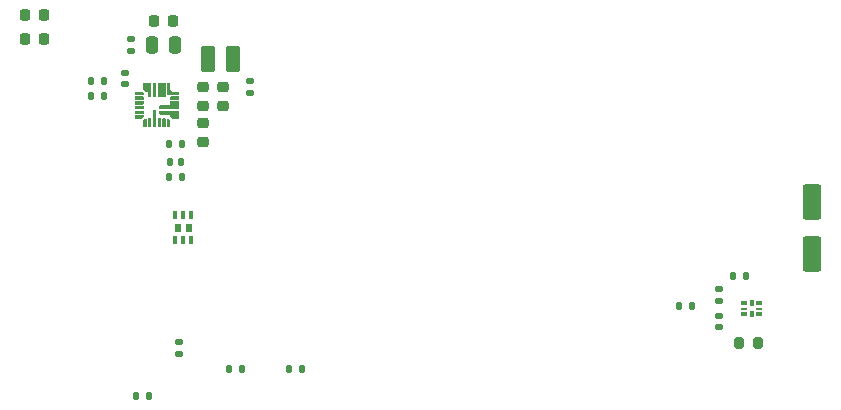
<source format=gtp>
%TF.GenerationSoftware,KiCad,Pcbnew,(6.0.7-1)-1*%
%TF.CreationDate,2023-01-10T14:36:04-05:00*%
%TF.ProjectId,LiIonUtilityBoard,4c69496f-6e55-4746-996c-697479426f61,rev?*%
%TF.SameCoordinates,Original*%
%TF.FileFunction,Paste,Top*%
%TF.FilePolarity,Positive*%
%FSLAX46Y46*%
G04 Gerber Fmt 4.6, Leading zero omitted, Abs format (unit mm)*
G04 Created by KiCad (PCBNEW (6.0.7-1)-1) date 2023-01-10 14:36:04*
%MOMM*%
%LPD*%
G01*
G04 APERTURE LIST*
G04 Aperture macros list*
%AMRoundRect*
0 Rectangle with rounded corners*
0 $1 Rounding radius*
0 $2 $3 $4 $5 $6 $7 $8 $9 X,Y pos of 4 corners*
0 Add a 4 corners polygon primitive as box body*
4,1,4,$2,$3,$4,$5,$6,$7,$8,$9,$2,$3,0*
0 Add four circle primitives for the rounded corners*
1,1,$1+$1,$2,$3*
1,1,$1+$1,$4,$5*
1,1,$1+$1,$6,$7*
1,1,$1+$1,$8,$9*
0 Add four rect primitives between the rounded corners*
20,1,$1+$1,$2,$3,$4,$5,0*
20,1,$1+$1,$4,$5,$6,$7,0*
20,1,$1+$1,$6,$7,$8,$9,0*
20,1,$1+$1,$8,$9,$2,$3,0*%
G04 Aperture macros list end*
%ADD10C,0.010000*%
%ADD11RoundRect,0.250000X-0.550000X1.250000X-0.550000X-1.250000X0.550000X-1.250000X0.550000X1.250000X0*%
%ADD12RoundRect,0.218750X-0.218750X-0.256250X0.218750X-0.256250X0.218750X0.256250X-0.218750X0.256250X0*%
%ADD13R,0.580000X0.300000*%
%ADD14R,0.580000X0.250000*%
%ADD15R,0.350000X0.630000*%
%ADD16RoundRect,0.140000X0.140000X0.170000X-0.140000X0.170000X-0.140000X-0.170000X0.140000X-0.170000X0*%
%ADD17RoundRect,0.135000X-0.135000X-0.185000X0.135000X-0.185000X0.135000X0.185000X-0.135000X0.185000X0*%
%ADD18RoundRect,0.225000X0.250000X-0.225000X0.250000X0.225000X-0.250000X0.225000X-0.250000X-0.225000X0*%
%ADD19RoundRect,0.225000X-0.225000X-0.250000X0.225000X-0.250000X0.225000X0.250000X-0.225000X0.250000X0*%
%ADD20RoundRect,0.225000X-0.250000X0.225000X-0.250000X-0.225000X0.250000X-0.225000X0.250000X0.225000X0*%
%ADD21RoundRect,0.250000X0.375000X0.850000X-0.375000X0.850000X-0.375000X-0.850000X0.375000X-0.850000X0*%
%ADD22RoundRect,0.135000X0.135000X0.185000X-0.135000X0.185000X-0.135000X-0.185000X0.135000X-0.185000X0*%
%ADD23RoundRect,0.250000X-0.250000X-0.475000X0.250000X-0.475000X0.250000X0.475000X-0.250000X0.475000X0*%
%ADD24RoundRect,0.140000X-0.170000X0.140000X-0.170000X-0.140000X0.170000X-0.140000X0.170000X0.140000X0*%
%ADD25RoundRect,0.135000X0.185000X-0.135000X0.185000X0.135000X-0.185000X0.135000X-0.185000X-0.135000X0*%
%ADD26RoundRect,0.200000X-0.200000X-0.275000X0.200000X-0.275000X0.200000X0.275000X-0.200000X0.275000X0*%
%ADD27RoundRect,0.012800X-0.147200X0.332200X-0.147200X-0.332200X0.147200X-0.332200X0.147200X0.332200X0*%
%ADD28RoundRect,0.012800X0.147200X-0.332200X0.147200X0.332200X-0.147200X0.332200X-0.147200X-0.332200X0*%
G04 APERTURE END LIST*
G36*
X113782000Y-56849000D02*
G01*
X113782000Y-57362000D01*
X113582000Y-57362000D01*
X113582000Y-56737000D01*
X113670000Y-56737000D01*
X113782000Y-56849000D01*
G37*
D10*
X113782000Y-56849000D02*
X113782000Y-57362000D01*
X113582000Y-57362000D01*
X113582000Y-56737000D01*
X113670000Y-56737000D01*
X113782000Y-56849000D01*
G36*
X112892000Y-56688000D02*
G01*
X112898000Y-56688000D01*
X112908000Y-56690000D01*
X112923000Y-56696000D01*
X112927000Y-56698000D01*
X112932000Y-56700000D01*
X112936000Y-56703000D01*
X112941000Y-56706000D01*
X112945000Y-56709000D01*
X112949000Y-56713000D01*
X112953000Y-56716000D01*
X112956000Y-56720000D01*
X112960000Y-56724000D01*
X112963000Y-56728000D01*
X112966000Y-56733000D01*
X112969000Y-56737000D01*
X112971000Y-56742000D01*
X112973000Y-56746000D01*
X112979000Y-56761000D01*
X112981000Y-56771000D01*
X112981000Y-56777000D01*
X112982000Y-56782000D01*
X112982000Y-57362000D01*
X112782000Y-57362000D01*
X112782000Y-56782000D01*
X112783000Y-56777000D01*
X112783000Y-56771000D01*
X112785000Y-56761000D01*
X112791000Y-56746000D01*
X112793000Y-56742000D01*
X112795000Y-56737000D01*
X112798000Y-56733000D01*
X112801000Y-56728000D01*
X112804000Y-56724000D01*
X112808000Y-56720000D01*
X112811000Y-56716000D01*
X112815000Y-56713000D01*
X112819000Y-56709000D01*
X112823000Y-56706000D01*
X112828000Y-56703000D01*
X112832000Y-56700000D01*
X112837000Y-56698000D01*
X112841000Y-56696000D01*
X112856000Y-56690000D01*
X112866000Y-56688000D01*
X112872000Y-56688000D01*
X112877000Y-56687000D01*
X112887000Y-56687000D01*
X112892000Y-56688000D01*
G37*
X112892000Y-56688000D02*
X112898000Y-56688000D01*
X112908000Y-56690000D01*
X112923000Y-56696000D01*
X112927000Y-56698000D01*
X112932000Y-56700000D01*
X112936000Y-56703000D01*
X112941000Y-56706000D01*
X112945000Y-56709000D01*
X112949000Y-56713000D01*
X112953000Y-56716000D01*
X112956000Y-56720000D01*
X112960000Y-56724000D01*
X112963000Y-56728000D01*
X112966000Y-56733000D01*
X112969000Y-56737000D01*
X112971000Y-56742000D01*
X112973000Y-56746000D01*
X112979000Y-56761000D01*
X112981000Y-56771000D01*
X112981000Y-56777000D01*
X112982000Y-56782000D01*
X112982000Y-57362000D01*
X112782000Y-57362000D01*
X112782000Y-56782000D01*
X112783000Y-56777000D01*
X112783000Y-56771000D01*
X112785000Y-56761000D01*
X112791000Y-56746000D01*
X112793000Y-56742000D01*
X112795000Y-56737000D01*
X112798000Y-56733000D01*
X112801000Y-56728000D01*
X112804000Y-56724000D01*
X112808000Y-56720000D01*
X112811000Y-56716000D01*
X112815000Y-56713000D01*
X112819000Y-56709000D01*
X112823000Y-56706000D01*
X112828000Y-56703000D01*
X112832000Y-56700000D01*
X112837000Y-56698000D01*
X112841000Y-56696000D01*
X112856000Y-56690000D01*
X112866000Y-56688000D01*
X112872000Y-56688000D01*
X112877000Y-56687000D01*
X112887000Y-56687000D01*
X112892000Y-56688000D01*
G36*
X112492000Y-56038000D02*
G01*
X112498000Y-56038000D01*
X112508000Y-56040000D01*
X112523000Y-56046000D01*
X112527000Y-56048000D01*
X112532000Y-56050000D01*
X112536000Y-56053000D01*
X112541000Y-56056000D01*
X112545000Y-56059000D01*
X112549000Y-56063000D01*
X112553000Y-56066000D01*
X112556000Y-56070000D01*
X112560000Y-56074000D01*
X112563000Y-56078000D01*
X112566000Y-56083000D01*
X112569000Y-56087000D01*
X112571000Y-56092000D01*
X112573000Y-56096000D01*
X112579000Y-56111000D01*
X112581000Y-56121000D01*
X112581000Y-56127000D01*
X112582000Y-56132000D01*
X112582000Y-57362000D01*
X112382000Y-57362000D01*
X112382000Y-56132000D01*
X112383000Y-56127000D01*
X112383000Y-56121000D01*
X112385000Y-56111000D01*
X112391000Y-56096000D01*
X112393000Y-56092000D01*
X112395000Y-56087000D01*
X112398000Y-56083000D01*
X112401000Y-56078000D01*
X112404000Y-56074000D01*
X112408000Y-56070000D01*
X112411000Y-56066000D01*
X112415000Y-56063000D01*
X112419000Y-56059000D01*
X112423000Y-56056000D01*
X112428000Y-56053000D01*
X112432000Y-56050000D01*
X112437000Y-56048000D01*
X112441000Y-56046000D01*
X112456000Y-56040000D01*
X112466000Y-56038000D01*
X112472000Y-56038000D01*
X112477000Y-56037000D01*
X112487000Y-56037000D01*
X112492000Y-56038000D01*
G37*
X112492000Y-56038000D02*
X112498000Y-56038000D01*
X112508000Y-56040000D01*
X112523000Y-56046000D01*
X112527000Y-56048000D01*
X112532000Y-56050000D01*
X112536000Y-56053000D01*
X112541000Y-56056000D01*
X112545000Y-56059000D01*
X112549000Y-56063000D01*
X112553000Y-56066000D01*
X112556000Y-56070000D01*
X112560000Y-56074000D01*
X112563000Y-56078000D01*
X112566000Y-56083000D01*
X112569000Y-56087000D01*
X112571000Y-56092000D01*
X112573000Y-56096000D01*
X112579000Y-56111000D01*
X112581000Y-56121000D01*
X112581000Y-56127000D01*
X112582000Y-56132000D01*
X112582000Y-57362000D01*
X112382000Y-57362000D01*
X112382000Y-56132000D01*
X112383000Y-56127000D01*
X112383000Y-56121000D01*
X112385000Y-56111000D01*
X112391000Y-56096000D01*
X112393000Y-56092000D01*
X112395000Y-56087000D01*
X112398000Y-56083000D01*
X112401000Y-56078000D01*
X112404000Y-56074000D01*
X112408000Y-56070000D01*
X112411000Y-56066000D01*
X112415000Y-56063000D01*
X112419000Y-56059000D01*
X112423000Y-56056000D01*
X112428000Y-56053000D01*
X112432000Y-56050000D01*
X112437000Y-56048000D01*
X112441000Y-56046000D01*
X112456000Y-56040000D01*
X112466000Y-56038000D01*
X112472000Y-56038000D01*
X112477000Y-56037000D01*
X112487000Y-56037000D01*
X112492000Y-56038000D01*
G36*
X114482000Y-55862000D02*
G01*
X113002000Y-55862000D01*
X112997000Y-55861000D01*
X112991000Y-55861000D01*
X112981000Y-55859000D01*
X112966000Y-55853000D01*
X112962000Y-55851000D01*
X112957000Y-55849000D01*
X112953000Y-55846000D01*
X112948000Y-55843000D01*
X112944000Y-55840000D01*
X112940000Y-55836000D01*
X112936000Y-55833000D01*
X112933000Y-55829000D01*
X112929000Y-55825000D01*
X112926000Y-55821000D01*
X112923000Y-55816000D01*
X112920000Y-55812000D01*
X112918000Y-55807000D01*
X112916000Y-55803000D01*
X112910000Y-55788000D01*
X112908000Y-55778000D01*
X112908000Y-55772000D01*
X112907000Y-55767000D01*
X112907000Y-55707000D01*
X112908000Y-55702000D01*
X112908000Y-55696000D01*
X112910000Y-55686000D01*
X112916000Y-55671000D01*
X112918000Y-55667000D01*
X112920000Y-55662000D01*
X112923000Y-55658000D01*
X112926000Y-55653000D01*
X112929000Y-55649000D01*
X112933000Y-55645000D01*
X112936000Y-55641000D01*
X112940000Y-55638000D01*
X112944000Y-55634000D01*
X112948000Y-55631000D01*
X112953000Y-55628000D01*
X112957000Y-55625000D01*
X112962000Y-55623000D01*
X112966000Y-55621000D01*
X112981000Y-55615000D01*
X112991000Y-55613000D01*
X112997000Y-55613000D01*
X113002000Y-55612000D01*
X113832000Y-55612000D01*
X113832000Y-55357000D01*
X113833000Y-55352000D01*
X113833000Y-55346000D01*
X113835000Y-55336000D01*
X113841000Y-55321000D01*
X113843000Y-55317000D01*
X113845000Y-55312000D01*
X113848000Y-55308000D01*
X113851000Y-55303000D01*
X113854000Y-55299000D01*
X113858000Y-55295000D01*
X113861000Y-55291000D01*
X113865000Y-55288000D01*
X113869000Y-55284000D01*
X113873000Y-55281000D01*
X113878000Y-55278000D01*
X113882000Y-55275000D01*
X113887000Y-55273000D01*
X113891000Y-55271000D01*
X113906000Y-55265000D01*
X113916000Y-55263000D01*
X113922000Y-55263000D01*
X113927000Y-55262000D01*
X114482000Y-55262000D01*
X114482000Y-55862000D01*
G37*
X114482000Y-55862000D02*
X113002000Y-55862000D01*
X112997000Y-55861000D01*
X112991000Y-55861000D01*
X112981000Y-55859000D01*
X112966000Y-55853000D01*
X112962000Y-55851000D01*
X112957000Y-55849000D01*
X112953000Y-55846000D01*
X112948000Y-55843000D01*
X112944000Y-55840000D01*
X112940000Y-55836000D01*
X112936000Y-55833000D01*
X112933000Y-55829000D01*
X112929000Y-55825000D01*
X112926000Y-55821000D01*
X112923000Y-55816000D01*
X112920000Y-55812000D01*
X112918000Y-55807000D01*
X112916000Y-55803000D01*
X112910000Y-55788000D01*
X112908000Y-55778000D01*
X112908000Y-55772000D01*
X112907000Y-55767000D01*
X112907000Y-55707000D01*
X112908000Y-55702000D01*
X112908000Y-55696000D01*
X112910000Y-55686000D01*
X112916000Y-55671000D01*
X112918000Y-55667000D01*
X112920000Y-55662000D01*
X112923000Y-55658000D01*
X112926000Y-55653000D01*
X112929000Y-55649000D01*
X112933000Y-55645000D01*
X112936000Y-55641000D01*
X112940000Y-55638000D01*
X112944000Y-55634000D01*
X112948000Y-55631000D01*
X112953000Y-55628000D01*
X112957000Y-55625000D01*
X112962000Y-55623000D01*
X112966000Y-55621000D01*
X112981000Y-55615000D01*
X112991000Y-55613000D01*
X112997000Y-55613000D01*
X113002000Y-55612000D01*
X113832000Y-55612000D01*
X113832000Y-55357000D01*
X113833000Y-55352000D01*
X113833000Y-55346000D01*
X113835000Y-55336000D01*
X113841000Y-55321000D01*
X113843000Y-55317000D01*
X113845000Y-55312000D01*
X113848000Y-55308000D01*
X113851000Y-55303000D01*
X113854000Y-55299000D01*
X113858000Y-55295000D01*
X113861000Y-55291000D01*
X113865000Y-55288000D01*
X113869000Y-55284000D01*
X113873000Y-55281000D01*
X113878000Y-55278000D01*
X113882000Y-55275000D01*
X113887000Y-55273000D01*
X113891000Y-55271000D01*
X113906000Y-55265000D01*
X113916000Y-55263000D01*
X113922000Y-55263000D01*
X113927000Y-55262000D01*
X114482000Y-55262000D01*
X114482000Y-55862000D01*
G36*
X113382000Y-54742000D02*
G01*
X113381000Y-54747000D01*
X113381000Y-54753000D01*
X113379000Y-54763000D01*
X113373000Y-54778000D01*
X113371000Y-54782000D01*
X113369000Y-54787000D01*
X113366000Y-54791000D01*
X113363000Y-54796000D01*
X113360000Y-54800000D01*
X113356000Y-54804000D01*
X113353000Y-54808000D01*
X113349000Y-54811000D01*
X113345000Y-54815000D01*
X113341000Y-54818000D01*
X113336000Y-54821000D01*
X113332000Y-54824000D01*
X113327000Y-54826000D01*
X113323000Y-54828000D01*
X113308000Y-54834000D01*
X113298000Y-54836000D01*
X113292000Y-54836000D01*
X113287000Y-54837000D01*
X112877000Y-54837000D01*
X112872000Y-54836000D01*
X112866000Y-54836000D01*
X112856000Y-54834000D01*
X112841000Y-54828000D01*
X112837000Y-54826000D01*
X112832000Y-54824000D01*
X112828000Y-54821000D01*
X112823000Y-54818000D01*
X112819000Y-54815000D01*
X112815000Y-54811000D01*
X112811000Y-54808000D01*
X112808000Y-54804000D01*
X112804000Y-54800000D01*
X112801000Y-54796000D01*
X112798000Y-54791000D01*
X112795000Y-54787000D01*
X112793000Y-54782000D01*
X112791000Y-54778000D01*
X112785000Y-54763000D01*
X112783000Y-54753000D01*
X112783000Y-54747000D01*
X112782000Y-54742000D01*
X112782000Y-53762000D01*
X113382000Y-53762000D01*
X113382000Y-54742000D01*
G37*
X113382000Y-54742000D02*
X113381000Y-54747000D01*
X113381000Y-54753000D01*
X113379000Y-54763000D01*
X113373000Y-54778000D01*
X113371000Y-54782000D01*
X113369000Y-54787000D01*
X113366000Y-54791000D01*
X113363000Y-54796000D01*
X113360000Y-54800000D01*
X113356000Y-54804000D01*
X113353000Y-54808000D01*
X113349000Y-54811000D01*
X113345000Y-54815000D01*
X113341000Y-54818000D01*
X113336000Y-54821000D01*
X113332000Y-54824000D01*
X113327000Y-54826000D01*
X113323000Y-54828000D01*
X113308000Y-54834000D01*
X113298000Y-54836000D01*
X113292000Y-54836000D01*
X113287000Y-54837000D01*
X112877000Y-54837000D01*
X112872000Y-54836000D01*
X112866000Y-54836000D01*
X112856000Y-54834000D01*
X112841000Y-54828000D01*
X112837000Y-54826000D01*
X112832000Y-54824000D01*
X112828000Y-54821000D01*
X112823000Y-54818000D01*
X112819000Y-54815000D01*
X112815000Y-54811000D01*
X112811000Y-54808000D01*
X112808000Y-54804000D01*
X112804000Y-54800000D01*
X112801000Y-54796000D01*
X112798000Y-54791000D01*
X112795000Y-54787000D01*
X112793000Y-54782000D01*
X112791000Y-54778000D01*
X112785000Y-54763000D01*
X112783000Y-54753000D01*
X112783000Y-54747000D01*
X112782000Y-54742000D01*
X112782000Y-53762000D01*
X113382000Y-53762000D01*
X113382000Y-54742000D01*
G36*
X111507000Y-56550000D02*
G01*
X111395000Y-56662000D01*
X110882000Y-56662000D01*
X110882000Y-56462000D01*
X111507000Y-56462000D01*
X111507000Y-56550000D01*
G37*
X111507000Y-56550000D02*
X111395000Y-56662000D01*
X110882000Y-56662000D01*
X110882000Y-56462000D01*
X111507000Y-56462000D01*
X111507000Y-56550000D01*
G36*
X111507000Y-54574000D02*
G01*
X111507000Y-54662000D01*
X110882000Y-54662000D01*
X110882000Y-54462000D01*
X111395000Y-54462000D01*
X111507000Y-54574000D01*
G37*
X111507000Y-54574000D02*
X111507000Y-54662000D01*
X110882000Y-54662000D01*
X110882000Y-54462000D01*
X111395000Y-54462000D01*
X111507000Y-54574000D01*
G36*
X111467000Y-55263000D02*
G01*
X111473000Y-55263000D01*
X111483000Y-55265000D01*
X111498000Y-55271000D01*
X111502000Y-55273000D01*
X111507000Y-55275000D01*
X111511000Y-55278000D01*
X111516000Y-55281000D01*
X111520000Y-55284000D01*
X111524000Y-55288000D01*
X111528000Y-55291000D01*
X111531000Y-55295000D01*
X111535000Y-55299000D01*
X111538000Y-55303000D01*
X111541000Y-55308000D01*
X111544000Y-55312000D01*
X111546000Y-55317000D01*
X111548000Y-55321000D01*
X111554000Y-55336000D01*
X111556000Y-55346000D01*
X111556000Y-55352000D01*
X111557000Y-55357000D01*
X111557000Y-55367000D01*
X111556000Y-55372000D01*
X111556000Y-55378000D01*
X111554000Y-55388000D01*
X111548000Y-55403000D01*
X111546000Y-55407000D01*
X111544000Y-55412000D01*
X111541000Y-55416000D01*
X111538000Y-55421000D01*
X111535000Y-55425000D01*
X111531000Y-55429000D01*
X111528000Y-55433000D01*
X111524000Y-55436000D01*
X111520000Y-55440000D01*
X111516000Y-55443000D01*
X111511000Y-55446000D01*
X111507000Y-55449000D01*
X111502000Y-55451000D01*
X111498000Y-55453000D01*
X111483000Y-55459000D01*
X111473000Y-55461000D01*
X111467000Y-55461000D01*
X111462000Y-55462000D01*
X110882000Y-55462000D01*
X110882000Y-55262000D01*
X111462000Y-55262000D01*
X111467000Y-55263000D01*
G37*
X111467000Y-55263000D02*
X111473000Y-55263000D01*
X111483000Y-55265000D01*
X111498000Y-55271000D01*
X111502000Y-55273000D01*
X111507000Y-55275000D01*
X111511000Y-55278000D01*
X111516000Y-55281000D01*
X111520000Y-55284000D01*
X111524000Y-55288000D01*
X111528000Y-55291000D01*
X111531000Y-55295000D01*
X111535000Y-55299000D01*
X111538000Y-55303000D01*
X111541000Y-55308000D01*
X111544000Y-55312000D01*
X111546000Y-55317000D01*
X111548000Y-55321000D01*
X111554000Y-55336000D01*
X111556000Y-55346000D01*
X111556000Y-55352000D01*
X111557000Y-55357000D01*
X111557000Y-55367000D01*
X111556000Y-55372000D01*
X111556000Y-55378000D01*
X111554000Y-55388000D01*
X111548000Y-55403000D01*
X111546000Y-55407000D01*
X111544000Y-55412000D01*
X111541000Y-55416000D01*
X111538000Y-55421000D01*
X111535000Y-55425000D01*
X111531000Y-55429000D01*
X111528000Y-55433000D01*
X111524000Y-55436000D01*
X111520000Y-55440000D01*
X111516000Y-55443000D01*
X111511000Y-55446000D01*
X111507000Y-55449000D01*
X111502000Y-55451000D01*
X111498000Y-55453000D01*
X111483000Y-55459000D01*
X111473000Y-55461000D01*
X111467000Y-55461000D01*
X111462000Y-55462000D01*
X110882000Y-55462000D01*
X110882000Y-55262000D01*
X111462000Y-55262000D01*
X111467000Y-55263000D01*
G36*
X111467000Y-56063000D02*
G01*
X111473000Y-56063000D01*
X111483000Y-56065000D01*
X111498000Y-56071000D01*
X111502000Y-56073000D01*
X111507000Y-56075000D01*
X111511000Y-56078000D01*
X111516000Y-56081000D01*
X111520000Y-56084000D01*
X111524000Y-56088000D01*
X111528000Y-56091000D01*
X111531000Y-56095000D01*
X111535000Y-56099000D01*
X111538000Y-56103000D01*
X111541000Y-56108000D01*
X111544000Y-56112000D01*
X111546000Y-56117000D01*
X111548000Y-56121000D01*
X111554000Y-56136000D01*
X111556000Y-56146000D01*
X111556000Y-56152000D01*
X111557000Y-56157000D01*
X111557000Y-56167000D01*
X111556000Y-56172000D01*
X111556000Y-56178000D01*
X111554000Y-56188000D01*
X111548000Y-56203000D01*
X111546000Y-56207000D01*
X111544000Y-56212000D01*
X111541000Y-56216000D01*
X111538000Y-56221000D01*
X111535000Y-56225000D01*
X111531000Y-56229000D01*
X111528000Y-56233000D01*
X111524000Y-56236000D01*
X111520000Y-56240000D01*
X111516000Y-56243000D01*
X111511000Y-56246000D01*
X111507000Y-56249000D01*
X111502000Y-56251000D01*
X111498000Y-56253000D01*
X111483000Y-56259000D01*
X111473000Y-56261000D01*
X111467000Y-56261000D01*
X111462000Y-56262000D01*
X110882000Y-56262000D01*
X110882000Y-56062000D01*
X111462000Y-56062000D01*
X111467000Y-56063000D01*
G37*
X111467000Y-56063000D02*
X111473000Y-56063000D01*
X111483000Y-56065000D01*
X111498000Y-56071000D01*
X111502000Y-56073000D01*
X111507000Y-56075000D01*
X111511000Y-56078000D01*
X111516000Y-56081000D01*
X111520000Y-56084000D01*
X111524000Y-56088000D01*
X111528000Y-56091000D01*
X111531000Y-56095000D01*
X111535000Y-56099000D01*
X111538000Y-56103000D01*
X111541000Y-56108000D01*
X111544000Y-56112000D01*
X111546000Y-56117000D01*
X111548000Y-56121000D01*
X111554000Y-56136000D01*
X111556000Y-56146000D01*
X111556000Y-56152000D01*
X111557000Y-56157000D01*
X111557000Y-56167000D01*
X111556000Y-56172000D01*
X111556000Y-56178000D01*
X111554000Y-56188000D01*
X111548000Y-56203000D01*
X111546000Y-56207000D01*
X111544000Y-56212000D01*
X111541000Y-56216000D01*
X111538000Y-56221000D01*
X111535000Y-56225000D01*
X111531000Y-56229000D01*
X111528000Y-56233000D01*
X111524000Y-56236000D01*
X111520000Y-56240000D01*
X111516000Y-56243000D01*
X111511000Y-56246000D01*
X111507000Y-56249000D01*
X111502000Y-56251000D01*
X111498000Y-56253000D01*
X111483000Y-56259000D01*
X111473000Y-56261000D01*
X111467000Y-56261000D01*
X111462000Y-56262000D01*
X110882000Y-56262000D01*
X110882000Y-56062000D01*
X111462000Y-56062000D01*
X111467000Y-56063000D01*
G36*
X114482000Y-56662000D02*
G01*
X113994000Y-56662000D01*
X113832000Y-56500000D01*
X113832000Y-56312000D01*
X113002000Y-56312000D01*
X112997000Y-56311000D01*
X112991000Y-56311000D01*
X112981000Y-56309000D01*
X112966000Y-56303000D01*
X112962000Y-56301000D01*
X112957000Y-56299000D01*
X112953000Y-56296000D01*
X112948000Y-56293000D01*
X112944000Y-56290000D01*
X112940000Y-56286000D01*
X112936000Y-56283000D01*
X112933000Y-56279000D01*
X112929000Y-56275000D01*
X112926000Y-56271000D01*
X112923000Y-56266000D01*
X112920000Y-56262000D01*
X112918000Y-56257000D01*
X112916000Y-56253000D01*
X112910000Y-56238000D01*
X112908000Y-56228000D01*
X112908000Y-56222000D01*
X112907000Y-56217000D01*
X112907000Y-56157000D01*
X112908000Y-56152000D01*
X112908000Y-56146000D01*
X112910000Y-56136000D01*
X112916000Y-56121000D01*
X112918000Y-56117000D01*
X112920000Y-56112000D01*
X112923000Y-56108000D01*
X112926000Y-56103000D01*
X112929000Y-56099000D01*
X112933000Y-56095000D01*
X112936000Y-56091000D01*
X112940000Y-56088000D01*
X112944000Y-56084000D01*
X112948000Y-56081000D01*
X112953000Y-56078000D01*
X112957000Y-56075000D01*
X112962000Y-56073000D01*
X112966000Y-56071000D01*
X112981000Y-56065000D01*
X112991000Y-56063000D01*
X112997000Y-56063000D01*
X113002000Y-56062000D01*
X114482000Y-56062000D01*
X114482000Y-56662000D01*
G37*
X114482000Y-56662000D02*
X113994000Y-56662000D01*
X113832000Y-56500000D01*
X113832000Y-56312000D01*
X113002000Y-56312000D01*
X112997000Y-56311000D01*
X112991000Y-56311000D01*
X112981000Y-56309000D01*
X112966000Y-56303000D01*
X112962000Y-56301000D01*
X112957000Y-56299000D01*
X112953000Y-56296000D01*
X112948000Y-56293000D01*
X112944000Y-56290000D01*
X112940000Y-56286000D01*
X112936000Y-56283000D01*
X112933000Y-56279000D01*
X112929000Y-56275000D01*
X112926000Y-56271000D01*
X112923000Y-56266000D01*
X112920000Y-56262000D01*
X112918000Y-56257000D01*
X112916000Y-56253000D01*
X112910000Y-56238000D01*
X112908000Y-56228000D01*
X112908000Y-56222000D01*
X112907000Y-56217000D01*
X112907000Y-56157000D01*
X112908000Y-56152000D01*
X112908000Y-56146000D01*
X112910000Y-56136000D01*
X112916000Y-56121000D01*
X112918000Y-56117000D01*
X112920000Y-56112000D01*
X112923000Y-56108000D01*
X112926000Y-56103000D01*
X112929000Y-56099000D01*
X112933000Y-56095000D01*
X112936000Y-56091000D01*
X112940000Y-56088000D01*
X112944000Y-56084000D01*
X112948000Y-56081000D01*
X112953000Y-56078000D01*
X112957000Y-56075000D01*
X112962000Y-56073000D01*
X112966000Y-56071000D01*
X112981000Y-56065000D01*
X112991000Y-56063000D01*
X112997000Y-56063000D01*
X113002000Y-56062000D01*
X114482000Y-56062000D01*
X114482000Y-56662000D01*
G36*
X111467000Y-55663000D02*
G01*
X111473000Y-55663000D01*
X111483000Y-55665000D01*
X111498000Y-55671000D01*
X111502000Y-55673000D01*
X111507000Y-55675000D01*
X111511000Y-55678000D01*
X111516000Y-55681000D01*
X111520000Y-55684000D01*
X111524000Y-55688000D01*
X111528000Y-55691000D01*
X111531000Y-55695000D01*
X111535000Y-55699000D01*
X111538000Y-55703000D01*
X111541000Y-55708000D01*
X111544000Y-55712000D01*
X111546000Y-55717000D01*
X111548000Y-55721000D01*
X111554000Y-55736000D01*
X111556000Y-55746000D01*
X111556000Y-55752000D01*
X111557000Y-55757000D01*
X111557000Y-55767000D01*
X111556000Y-55772000D01*
X111556000Y-55778000D01*
X111554000Y-55788000D01*
X111548000Y-55803000D01*
X111546000Y-55807000D01*
X111544000Y-55812000D01*
X111541000Y-55816000D01*
X111538000Y-55821000D01*
X111535000Y-55825000D01*
X111531000Y-55829000D01*
X111528000Y-55833000D01*
X111524000Y-55836000D01*
X111520000Y-55840000D01*
X111516000Y-55843000D01*
X111511000Y-55846000D01*
X111507000Y-55849000D01*
X111502000Y-55851000D01*
X111498000Y-55853000D01*
X111483000Y-55859000D01*
X111473000Y-55861000D01*
X111467000Y-55861000D01*
X111462000Y-55862000D01*
X110882000Y-55862000D01*
X110882000Y-55662000D01*
X111462000Y-55662000D01*
X111467000Y-55663000D01*
G37*
X111467000Y-55663000D02*
X111473000Y-55663000D01*
X111483000Y-55665000D01*
X111498000Y-55671000D01*
X111502000Y-55673000D01*
X111507000Y-55675000D01*
X111511000Y-55678000D01*
X111516000Y-55681000D01*
X111520000Y-55684000D01*
X111524000Y-55688000D01*
X111528000Y-55691000D01*
X111531000Y-55695000D01*
X111535000Y-55699000D01*
X111538000Y-55703000D01*
X111541000Y-55708000D01*
X111544000Y-55712000D01*
X111546000Y-55717000D01*
X111548000Y-55721000D01*
X111554000Y-55736000D01*
X111556000Y-55746000D01*
X111556000Y-55752000D01*
X111557000Y-55757000D01*
X111557000Y-55767000D01*
X111556000Y-55772000D01*
X111556000Y-55778000D01*
X111554000Y-55788000D01*
X111548000Y-55803000D01*
X111546000Y-55807000D01*
X111544000Y-55812000D01*
X111541000Y-55816000D01*
X111538000Y-55821000D01*
X111535000Y-55825000D01*
X111531000Y-55829000D01*
X111528000Y-55833000D01*
X111524000Y-55836000D01*
X111520000Y-55840000D01*
X111516000Y-55843000D01*
X111511000Y-55846000D01*
X111507000Y-55849000D01*
X111502000Y-55851000D01*
X111498000Y-55853000D01*
X111483000Y-55859000D01*
X111473000Y-55861000D01*
X111467000Y-55861000D01*
X111462000Y-55862000D01*
X110882000Y-55862000D01*
X110882000Y-55662000D01*
X111462000Y-55662000D01*
X111467000Y-55663000D01*
G36*
X112182000Y-54742000D02*
G01*
X112181000Y-54747000D01*
X112181000Y-54753000D01*
X112179000Y-54763000D01*
X112173000Y-54778000D01*
X112171000Y-54782000D01*
X112169000Y-54787000D01*
X112166000Y-54791000D01*
X112163000Y-54796000D01*
X112160000Y-54800000D01*
X112156000Y-54804000D01*
X112153000Y-54808000D01*
X112149000Y-54811000D01*
X112145000Y-54815000D01*
X112141000Y-54818000D01*
X112136000Y-54821000D01*
X112132000Y-54824000D01*
X112127000Y-54826000D01*
X112123000Y-54828000D01*
X112108000Y-54834000D01*
X112098000Y-54836000D01*
X112092000Y-54836000D01*
X112087000Y-54837000D01*
X112027000Y-54837000D01*
X112022000Y-54836000D01*
X112016000Y-54836000D01*
X112006000Y-54834000D01*
X111991000Y-54828000D01*
X111987000Y-54826000D01*
X111982000Y-54824000D01*
X111978000Y-54821000D01*
X111973000Y-54818000D01*
X111969000Y-54815000D01*
X111965000Y-54811000D01*
X111961000Y-54808000D01*
X111958000Y-54804000D01*
X111954000Y-54800000D01*
X111951000Y-54796000D01*
X111948000Y-54791000D01*
X111945000Y-54787000D01*
X111943000Y-54782000D01*
X111941000Y-54778000D01*
X111935000Y-54763000D01*
X111933000Y-54753000D01*
X111933000Y-54747000D01*
X111932000Y-54742000D01*
X111932000Y-54362000D01*
X111694000Y-54362000D01*
X111582000Y-54250000D01*
X111582000Y-53762000D01*
X112182000Y-53762000D01*
X112182000Y-54742000D01*
G37*
X112182000Y-54742000D02*
X112181000Y-54747000D01*
X112181000Y-54753000D01*
X112179000Y-54763000D01*
X112173000Y-54778000D01*
X112171000Y-54782000D01*
X112169000Y-54787000D01*
X112166000Y-54791000D01*
X112163000Y-54796000D01*
X112160000Y-54800000D01*
X112156000Y-54804000D01*
X112153000Y-54808000D01*
X112149000Y-54811000D01*
X112145000Y-54815000D01*
X112141000Y-54818000D01*
X112136000Y-54821000D01*
X112132000Y-54824000D01*
X112127000Y-54826000D01*
X112123000Y-54828000D01*
X112108000Y-54834000D01*
X112098000Y-54836000D01*
X112092000Y-54836000D01*
X112087000Y-54837000D01*
X112027000Y-54837000D01*
X112022000Y-54836000D01*
X112016000Y-54836000D01*
X112006000Y-54834000D01*
X111991000Y-54828000D01*
X111987000Y-54826000D01*
X111982000Y-54824000D01*
X111978000Y-54821000D01*
X111973000Y-54818000D01*
X111969000Y-54815000D01*
X111965000Y-54811000D01*
X111961000Y-54808000D01*
X111958000Y-54804000D01*
X111954000Y-54800000D01*
X111951000Y-54796000D01*
X111948000Y-54791000D01*
X111945000Y-54787000D01*
X111943000Y-54782000D01*
X111941000Y-54778000D01*
X111935000Y-54763000D01*
X111933000Y-54753000D01*
X111933000Y-54747000D01*
X111932000Y-54742000D01*
X111932000Y-54362000D01*
X111694000Y-54362000D01*
X111582000Y-54250000D01*
X111582000Y-53762000D01*
X112182000Y-53762000D01*
X112182000Y-54742000D01*
G36*
X111467000Y-54863000D02*
G01*
X111473000Y-54863000D01*
X111483000Y-54865000D01*
X111498000Y-54871000D01*
X111502000Y-54873000D01*
X111507000Y-54875000D01*
X111511000Y-54878000D01*
X111516000Y-54881000D01*
X111520000Y-54884000D01*
X111524000Y-54888000D01*
X111528000Y-54891000D01*
X111531000Y-54895000D01*
X111535000Y-54899000D01*
X111538000Y-54903000D01*
X111541000Y-54908000D01*
X111544000Y-54912000D01*
X111546000Y-54917000D01*
X111548000Y-54921000D01*
X111554000Y-54936000D01*
X111556000Y-54946000D01*
X111556000Y-54952000D01*
X111557000Y-54957000D01*
X111557000Y-54967000D01*
X111556000Y-54972000D01*
X111556000Y-54978000D01*
X111554000Y-54988000D01*
X111548000Y-55003000D01*
X111546000Y-55007000D01*
X111544000Y-55012000D01*
X111541000Y-55016000D01*
X111538000Y-55021000D01*
X111535000Y-55025000D01*
X111531000Y-55029000D01*
X111528000Y-55033000D01*
X111524000Y-55036000D01*
X111520000Y-55040000D01*
X111516000Y-55043000D01*
X111511000Y-55046000D01*
X111507000Y-55049000D01*
X111502000Y-55051000D01*
X111498000Y-55053000D01*
X111483000Y-55059000D01*
X111473000Y-55061000D01*
X111467000Y-55061000D01*
X111462000Y-55062000D01*
X110882000Y-55062000D01*
X110882000Y-54862000D01*
X111462000Y-54862000D01*
X111467000Y-54863000D01*
G37*
X111467000Y-54863000D02*
X111473000Y-54863000D01*
X111483000Y-54865000D01*
X111498000Y-54871000D01*
X111502000Y-54873000D01*
X111507000Y-54875000D01*
X111511000Y-54878000D01*
X111516000Y-54881000D01*
X111520000Y-54884000D01*
X111524000Y-54888000D01*
X111528000Y-54891000D01*
X111531000Y-54895000D01*
X111535000Y-54899000D01*
X111538000Y-54903000D01*
X111541000Y-54908000D01*
X111544000Y-54912000D01*
X111546000Y-54917000D01*
X111548000Y-54921000D01*
X111554000Y-54936000D01*
X111556000Y-54946000D01*
X111556000Y-54952000D01*
X111557000Y-54957000D01*
X111557000Y-54967000D01*
X111556000Y-54972000D01*
X111556000Y-54978000D01*
X111554000Y-54988000D01*
X111548000Y-55003000D01*
X111546000Y-55007000D01*
X111544000Y-55012000D01*
X111541000Y-55016000D01*
X111538000Y-55021000D01*
X111535000Y-55025000D01*
X111531000Y-55029000D01*
X111528000Y-55033000D01*
X111524000Y-55036000D01*
X111520000Y-55040000D01*
X111516000Y-55043000D01*
X111511000Y-55046000D01*
X111507000Y-55049000D01*
X111502000Y-55051000D01*
X111498000Y-55053000D01*
X111483000Y-55059000D01*
X111473000Y-55061000D01*
X111467000Y-55061000D01*
X111462000Y-55062000D01*
X110882000Y-55062000D01*
X110882000Y-54862000D01*
X111462000Y-54862000D01*
X111467000Y-54863000D01*
G36*
X112092000Y-56688000D02*
G01*
X112098000Y-56688000D01*
X112108000Y-56690000D01*
X112123000Y-56696000D01*
X112127000Y-56698000D01*
X112132000Y-56700000D01*
X112136000Y-56703000D01*
X112141000Y-56706000D01*
X112145000Y-56709000D01*
X112149000Y-56713000D01*
X112153000Y-56716000D01*
X112156000Y-56720000D01*
X112160000Y-56724000D01*
X112163000Y-56728000D01*
X112166000Y-56733000D01*
X112169000Y-56737000D01*
X112171000Y-56742000D01*
X112173000Y-56746000D01*
X112179000Y-56761000D01*
X112181000Y-56771000D01*
X112181000Y-56777000D01*
X112182000Y-56782000D01*
X112182000Y-57362000D01*
X111982000Y-57362000D01*
X111982000Y-56782000D01*
X111983000Y-56777000D01*
X111983000Y-56771000D01*
X111985000Y-56761000D01*
X111991000Y-56746000D01*
X111993000Y-56742000D01*
X111995000Y-56737000D01*
X111998000Y-56733000D01*
X112001000Y-56728000D01*
X112004000Y-56724000D01*
X112008000Y-56720000D01*
X112011000Y-56716000D01*
X112015000Y-56713000D01*
X112019000Y-56709000D01*
X112023000Y-56706000D01*
X112028000Y-56703000D01*
X112032000Y-56700000D01*
X112037000Y-56698000D01*
X112041000Y-56696000D01*
X112056000Y-56690000D01*
X112066000Y-56688000D01*
X112072000Y-56688000D01*
X112077000Y-56687000D01*
X112087000Y-56687000D01*
X112092000Y-56688000D01*
G37*
X112092000Y-56688000D02*
X112098000Y-56688000D01*
X112108000Y-56690000D01*
X112123000Y-56696000D01*
X112127000Y-56698000D01*
X112132000Y-56700000D01*
X112136000Y-56703000D01*
X112141000Y-56706000D01*
X112145000Y-56709000D01*
X112149000Y-56713000D01*
X112153000Y-56716000D01*
X112156000Y-56720000D01*
X112160000Y-56724000D01*
X112163000Y-56728000D01*
X112166000Y-56733000D01*
X112169000Y-56737000D01*
X112171000Y-56742000D01*
X112173000Y-56746000D01*
X112179000Y-56761000D01*
X112181000Y-56771000D01*
X112181000Y-56777000D01*
X112182000Y-56782000D01*
X112182000Y-57362000D01*
X111982000Y-57362000D01*
X111982000Y-56782000D01*
X111983000Y-56777000D01*
X111983000Y-56771000D01*
X111985000Y-56761000D01*
X111991000Y-56746000D01*
X111993000Y-56742000D01*
X111995000Y-56737000D01*
X111998000Y-56733000D01*
X112001000Y-56728000D01*
X112004000Y-56724000D01*
X112008000Y-56720000D01*
X112011000Y-56716000D01*
X112015000Y-56713000D01*
X112019000Y-56709000D01*
X112023000Y-56706000D01*
X112028000Y-56703000D01*
X112032000Y-56700000D01*
X112037000Y-56698000D01*
X112041000Y-56696000D01*
X112056000Y-56690000D01*
X112066000Y-56688000D01*
X112072000Y-56688000D01*
X112077000Y-56687000D01*
X112087000Y-56687000D01*
X112092000Y-56688000D01*
G36*
X111782000Y-57362000D02*
G01*
X111582000Y-57362000D01*
X111582000Y-56849000D01*
X111694000Y-56737000D01*
X111782000Y-56737000D01*
X111782000Y-57362000D01*
G37*
X111782000Y-57362000D02*
X111582000Y-57362000D01*
X111582000Y-56849000D01*
X111694000Y-56737000D01*
X111782000Y-56737000D01*
X111782000Y-57362000D01*
G36*
X113782000Y-54212000D02*
G01*
X114032000Y-54462000D01*
X114482000Y-54462000D01*
X114482000Y-54662000D01*
X113677000Y-54662000D01*
X113672000Y-54661000D01*
X113666000Y-54661000D01*
X113656000Y-54659000D01*
X113641000Y-54653000D01*
X113637000Y-54651000D01*
X113632000Y-54649000D01*
X113628000Y-54646000D01*
X113623000Y-54643000D01*
X113619000Y-54640000D01*
X113615000Y-54636000D01*
X113611000Y-54633000D01*
X113608000Y-54629000D01*
X113604000Y-54625000D01*
X113601000Y-54621000D01*
X113598000Y-54616000D01*
X113595000Y-54612000D01*
X113593000Y-54607000D01*
X113591000Y-54603000D01*
X113585000Y-54588000D01*
X113583000Y-54578000D01*
X113583000Y-54572000D01*
X113582000Y-54567000D01*
X113582000Y-53762000D01*
X113782000Y-53762000D01*
X113782000Y-54212000D01*
G37*
X113782000Y-54212000D02*
X114032000Y-54462000D01*
X114482000Y-54462000D01*
X114482000Y-54662000D01*
X113677000Y-54662000D01*
X113672000Y-54661000D01*
X113666000Y-54661000D01*
X113656000Y-54659000D01*
X113641000Y-54653000D01*
X113637000Y-54651000D01*
X113632000Y-54649000D01*
X113628000Y-54646000D01*
X113623000Y-54643000D01*
X113619000Y-54640000D01*
X113615000Y-54636000D01*
X113611000Y-54633000D01*
X113608000Y-54629000D01*
X113604000Y-54625000D01*
X113601000Y-54621000D01*
X113598000Y-54616000D01*
X113595000Y-54612000D01*
X113593000Y-54607000D01*
X113591000Y-54603000D01*
X113585000Y-54588000D01*
X113583000Y-54578000D01*
X113583000Y-54572000D01*
X113582000Y-54567000D01*
X113582000Y-53762000D01*
X113782000Y-53762000D01*
X113782000Y-54212000D01*
G36*
X113292000Y-56688000D02*
G01*
X113298000Y-56688000D01*
X113308000Y-56690000D01*
X113323000Y-56696000D01*
X113327000Y-56698000D01*
X113332000Y-56700000D01*
X113336000Y-56703000D01*
X113341000Y-56706000D01*
X113345000Y-56709000D01*
X113349000Y-56713000D01*
X113353000Y-56716000D01*
X113356000Y-56720000D01*
X113360000Y-56724000D01*
X113363000Y-56728000D01*
X113366000Y-56733000D01*
X113369000Y-56737000D01*
X113371000Y-56742000D01*
X113373000Y-56746000D01*
X113379000Y-56761000D01*
X113381000Y-56771000D01*
X113381000Y-56777000D01*
X113382000Y-56782000D01*
X113382000Y-57362000D01*
X113182000Y-57362000D01*
X113182000Y-56782000D01*
X113183000Y-56777000D01*
X113183000Y-56771000D01*
X113185000Y-56761000D01*
X113191000Y-56746000D01*
X113193000Y-56742000D01*
X113195000Y-56737000D01*
X113198000Y-56733000D01*
X113201000Y-56728000D01*
X113204000Y-56724000D01*
X113208000Y-56720000D01*
X113211000Y-56716000D01*
X113215000Y-56713000D01*
X113219000Y-56709000D01*
X113223000Y-56706000D01*
X113228000Y-56703000D01*
X113232000Y-56700000D01*
X113237000Y-56698000D01*
X113241000Y-56696000D01*
X113256000Y-56690000D01*
X113266000Y-56688000D01*
X113272000Y-56688000D01*
X113277000Y-56687000D01*
X113287000Y-56687000D01*
X113292000Y-56688000D01*
G37*
X113292000Y-56688000D02*
X113298000Y-56688000D01*
X113308000Y-56690000D01*
X113323000Y-56696000D01*
X113327000Y-56698000D01*
X113332000Y-56700000D01*
X113336000Y-56703000D01*
X113341000Y-56706000D01*
X113345000Y-56709000D01*
X113349000Y-56713000D01*
X113353000Y-56716000D01*
X113356000Y-56720000D01*
X113360000Y-56724000D01*
X113363000Y-56728000D01*
X113366000Y-56733000D01*
X113369000Y-56737000D01*
X113371000Y-56742000D01*
X113373000Y-56746000D01*
X113379000Y-56761000D01*
X113381000Y-56771000D01*
X113381000Y-56777000D01*
X113382000Y-56782000D01*
X113382000Y-57362000D01*
X113182000Y-57362000D01*
X113182000Y-56782000D01*
X113183000Y-56777000D01*
X113183000Y-56771000D01*
X113185000Y-56761000D01*
X113191000Y-56746000D01*
X113193000Y-56742000D01*
X113195000Y-56737000D01*
X113198000Y-56733000D01*
X113201000Y-56728000D01*
X113204000Y-56724000D01*
X113208000Y-56720000D01*
X113211000Y-56716000D01*
X113215000Y-56713000D01*
X113219000Y-56709000D01*
X113223000Y-56706000D01*
X113228000Y-56703000D01*
X113232000Y-56700000D01*
X113237000Y-56698000D01*
X113241000Y-56696000D01*
X113256000Y-56690000D01*
X113266000Y-56688000D01*
X113272000Y-56688000D01*
X113277000Y-56687000D01*
X113287000Y-56687000D01*
X113292000Y-56688000D01*
G36*
X114482000Y-55062000D02*
G01*
X113902000Y-55062000D01*
X113897000Y-55061000D01*
X113891000Y-55061000D01*
X113881000Y-55059000D01*
X113866000Y-55053000D01*
X113862000Y-55051000D01*
X113857000Y-55049000D01*
X113853000Y-55046000D01*
X113848000Y-55043000D01*
X113844000Y-55040000D01*
X113840000Y-55036000D01*
X113836000Y-55033000D01*
X113833000Y-55029000D01*
X113829000Y-55025000D01*
X113826000Y-55021000D01*
X113823000Y-55016000D01*
X113820000Y-55012000D01*
X113818000Y-55007000D01*
X113816000Y-55003000D01*
X113810000Y-54988000D01*
X113808000Y-54978000D01*
X113808000Y-54972000D01*
X113807000Y-54967000D01*
X113807000Y-54957000D01*
X113808000Y-54952000D01*
X113808000Y-54946000D01*
X113810000Y-54936000D01*
X113816000Y-54921000D01*
X113818000Y-54917000D01*
X113820000Y-54912000D01*
X113823000Y-54908000D01*
X113826000Y-54903000D01*
X113829000Y-54899000D01*
X113833000Y-54895000D01*
X113836000Y-54891000D01*
X113840000Y-54888000D01*
X113844000Y-54884000D01*
X113848000Y-54881000D01*
X113853000Y-54878000D01*
X113857000Y-54875000D01*
X113862000Y-54873000D01*
X113866000Y-54871000D01*
X113881000Y-54865000D01*
X113891000Y-54863000D01*
X113897000Y-54863000D01*
X113902000Y-54862000D01*
X114482000Y-54862000D01*
X114482000Y-55062000D01*
G37*
X114482000Y-55062000D02*
X113902000Y-55062000D01*
X113897000Y-55061000D01*
X113891000Y-55061000D01*
X113881000Y-55059000D01*
X113866000Y-55053000D01*
X113862000Y-55051000D01*
X113857000Y-55049000D01*
X113853000Y-55046000D01*
X113848000Y-55043000D01*
X113844000Y-55040000D01*
X113840000Y-55036000D01*
X113836000Y-55033000D01*
X113833000Y-55029000D01*
X113829000Y-55025000D01*
X113826000Y-55021000D01*
X113823000Y-55016000D01*
X113820000Y-55012000D01*
X113818000Y-55007000D01*
X113816000Y-55003000D01*
X113810000Y-54988000D01*
X113808000Y-54978000D01*
X113808000Y-54972000D01*
X113807000Y-54967000D01*
X113807000Y-54957000D01*
X113808000Y-54952000D01*
X113808000Y-54946000D01*
X113810000Y-54936000D01*
X113816000Y-54921000D01*
X113818000Y-54917000D01*
X113820000Y-54912000D01*
X113823000Y-54908000D01*
X113826000Y-54903000D01*
X113829000Y-54899000D01*
X113833000Y-54895000D01*
X113836000Y-54891000D01*
X113840000Y-54888000D01*
X113844000Y-54884000D01*
X113848000Y-54881000D01*
X113853000Y-54878000D01*
X113857000Y-54875000D01*
X113862000Y-54873000D01*
X113866000Y-54871000D01*
X113881000Y-54865000D01*
X113891000Y-54863000D01*
X113897000Y-54863000D01*
X113902000Y-54862000D01*
X114482000Y-54862000D01*
X114482000Y-55062000D01*
G36*
X112582000Y-54742000D02*
G01*
X112581000Y-54747000D01*
X112581000Y-54753000D01*
X112579000Y-54763000D01*
X112573000Y-54778000D01*
X112571000Y-54782000D01*
X112569000Y-54787000D01*
X112566000Y-54791000D01*
X112563000Y-54796000D01*
X112560000Y-54800000D01*
X112556000Y-54804000D01*
X112553000Y-54808000D01*
X112549000Y-54811000D01*
X112545000Y-54815000D01*
X112541000Y-54818000D01*
X112536000Y-54821000D01*
X112532000Y-54824000D01*
X112527000Y-54826000D01*
X112523000Y-54828000D01*
X112508000Y-54834000D01*
X112498000Y-54836000D01*
X112492000Y-54836000D01*
X112487000Y-54837000D01*
X112477000Y-54837000D01*
X112472000Y-54836000D01*
X112466000Y-54836000D01*
X112456000Y-54834000D01*
X112441000Y-54828000D01*
X112437000Y-54826000D01*
X112432000Y-54824000D01*
X112428000Y-54821000D01*
X112423000Y-54818000D01*
X112419000Y-54815000D01*
X112415000Y-54811000D01*
X112411000Y-54808000D01*
X112408000Y-54804000D01*
X112404000Y-54800000D01*
X112401000Y-54796000D01*
X112398000Y-54791000D01*
X112395000Y-54787000D01*
X112393000Y-54782000D01*
X112391000Y-54778000D01*
X112385000Y-54763000D01*
X112383000Y-54753000D01*
X112383000Y-54747000D01*
X112382000Y-54742000D01*
X112382000Y-53762000D01*
X112582000Y-53762000D01*
X112582000Y-54742000D01*
G37*
X112582000Y-54742000D02*
X112581000Y-54747000D01*
X112581000Y-54753000D01*
X112579000Y-54763000D01*
X112573000Y-54778000D01*
X112571000Y-54782000D01*
X112569000Y-54787000D01*
X112566000Y-54791000D01*
X112563000Y-54796000D01*
X112560000Y-54800000D01*
X112556000Y-54804000D01*
X112553000Y-54808000D01*
X112549000Y-54811000D01*
X112545000Y-54815000D01*
X112541000Y-54818000D01*
X112536000Y-54821000D01*
X112532000Y-54824000D01*
X112527000Y-54826000D01*
X112523000Y-54828000D01*
X112508000Y-54834000D01*
X112498000Y-54836000D01*
X112492000Y-54836000D01*
X112487000Y-54837000D01*
X112477000Y-54837000D01*
X112472000Y-54836000D01*
X112466000Y-54836000D01*
X112456000Y-54834000D01*
X112441000Y-54828000D01*
X112437000Y-54826000D01*
X112432000Y-54824000D01*
X112428000Y-54821000D01*
X112423000Y-54818000D01*
X112419000Y-54815000D01*
X112415000Y-54811000D01*
X112411000Y-54808000D01*
X112408000Y-54804000D01*
X112404000Y-54800000D01*
X112401000Y-54796000D01*
X112398000Y-54791000D01*
X112395000Y-54787000D01*
X112393000Y-54782000D01*
X112391000Y-54778000D01*
X112385000Y-54763000D01*
X112383000Y-54753000D01*
X112383000Y-54747000D01*
X112382000Y-54742000D01*
X112382000Y-53762000D01*
X112582000Y-53762000D01*
X112582000Y-54742000D01*
G36*
X115622000Y-66274000D02*
G01*
X115198000Y-66274000D01*
X115198000Y-65642000D01*
X115622000Y-65642000D01*
X115622000Y-66274000D01*
G37*
X115622000Y-66274000D02*
X115198000Y-66274000D01*
X115198000Y-65642000D01*
X115622000Y-65642000D01*
X115622000Y-66274000D01*
G36*
X114642000Y-66274000D02*
G01*
X114218000Y-66274000D01*
X114218000Y-65642000D01*
X114642000Y-65642000D01*
X114642000Y-66274000D01*
G37*
X114642000Y-66274000D02*
X114218000Y-66274000D01*
X114218000Y-65642000D01*
X114642000Y-65642000D01*
X114642000Y-66274000D01*
D11*
X168200000Y-63800000D03*
X168200000Y-68200000D03*
D12*
X101574500Y-50038000D03*
X103149500Y-50038000D03*
D13*
X162433000Y-72325000D03*
D14*
X162433000Y-72825000D03*
D13*
X162433000Y-73325000D03*
D15*
X163068000Y-73260000D03*
D13*
X163703000Y-73325000D03*
D14*
X163703000Y-72825000D03*
D13*
X163703000Y-72325000D03*
D15*
X163068000Y-72390000D03*
D16*
X114780000Y-60452000D03*
X113820000Y-60452000D03*
D17*
X107186000Y-54864000D03*
X108206000Y-54864000D03*
D18*
X118322000Y-55637000D03*
X118322000Y-54087000D03*
D19*
X112511000Y-48514000D03*
X114061000Y-48514000D03*
D17*
X107186000Y-53594000D03*
X108206000Y-53594000D03*
D20*
X116622000Y-57137000D03*
X116622000Y-58687000D03*
D18*
X116622000Y-55637000D03*
X116622000Y-54087000D03*
D21*
X119207000Y-51662000D03*
X117057000Y-51662000D03*
D22*
X162562000Y-70104000D03*
X161542000Y-70104000D03*
D23*
X112336000Y-50546000D03*
X114236000Y-50546000D03*
D24*
X120582000Y-53582000D03*
X120582000Y-54542000D03*
D22*
X114810000Y-58928000D03*
X113790000Y-58928000D03*
D25*
X160274000Y-72159000D03*
X160274000Y-71139000D03*
D22*
X124970000Y-77978000D03*
X123950000Y-77978000D03*
D17*
X110996000Y-80264000D03*
X112016000Y-80264000D03*
D22*
X157990000Y-72644000D03*
X156970000Y-72644000D03*
D24*
X160274000Y-73455000D03*
X160274000Y-74415000D03*
D22*
X114810000Y-61722000D03*
X113790000Y-61722000D03*
D12*
X101574500Y-48006000D03*
X103149500Y-48006000D03*
D22*
X119890000Y-77978000D03*
X118870000Y-77978000D03*
D24*
X110492000Y-50038000D03*
X110492000Y-50998000D03*
D25*
X114554000Y-76710000D03*
X114554000Y-75690000D03*
D26*
X161989000Y-75713000D03*
X163639000Y-75713000D03*
D24*
X109982000Y-52860000D03*
X109982000Y-53820000D03*
D27*
X115570000Y-64938000D03*
X114920000Y-64938000D03*
X114270000Y-64938000D03*
D28*
X114270000Y-66978000D03*
X114920000Y-66978000D03*
X115570000Y-66978000D03*
M02*

</source>
